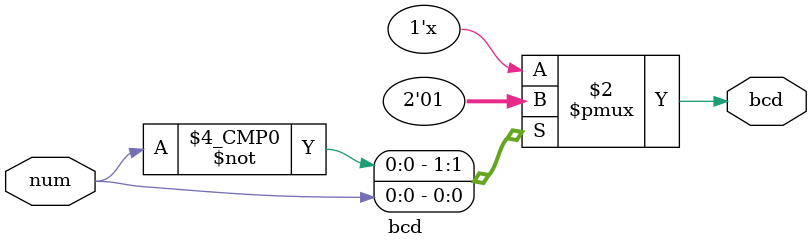
<source format=sv>
module bcd(input num, output bcd);
	always @ (num) begin
		case (num) 
			4'b0000	:	bcd = 0;
			4'b0001	:	bcd = 1;
			4'b0010	:	bcd = 2;
			4'b0011	:	bcd = 3;
			4'b0100	:	bcd = 4;
			4'b0101	:	bcd = 5;
			4'b0110	:	bcd = 6;
			4'b0111	:	bcd = 7;
			4'b1000	:	bcd = 8;
			4'b1001	:	bcd = 9;
			4'b1010	:	bcd = x;
			4'b1011	:	bcd = x;
			4'b1100	:	bcd = x;
			4'b1100	:	bcd = x;
			4'b1101	:	bcd = x;
			4'b1110	:	bcd = x;
			4'b1111	:	bcd = x;
		endcase
	end
endmodule

</source>
